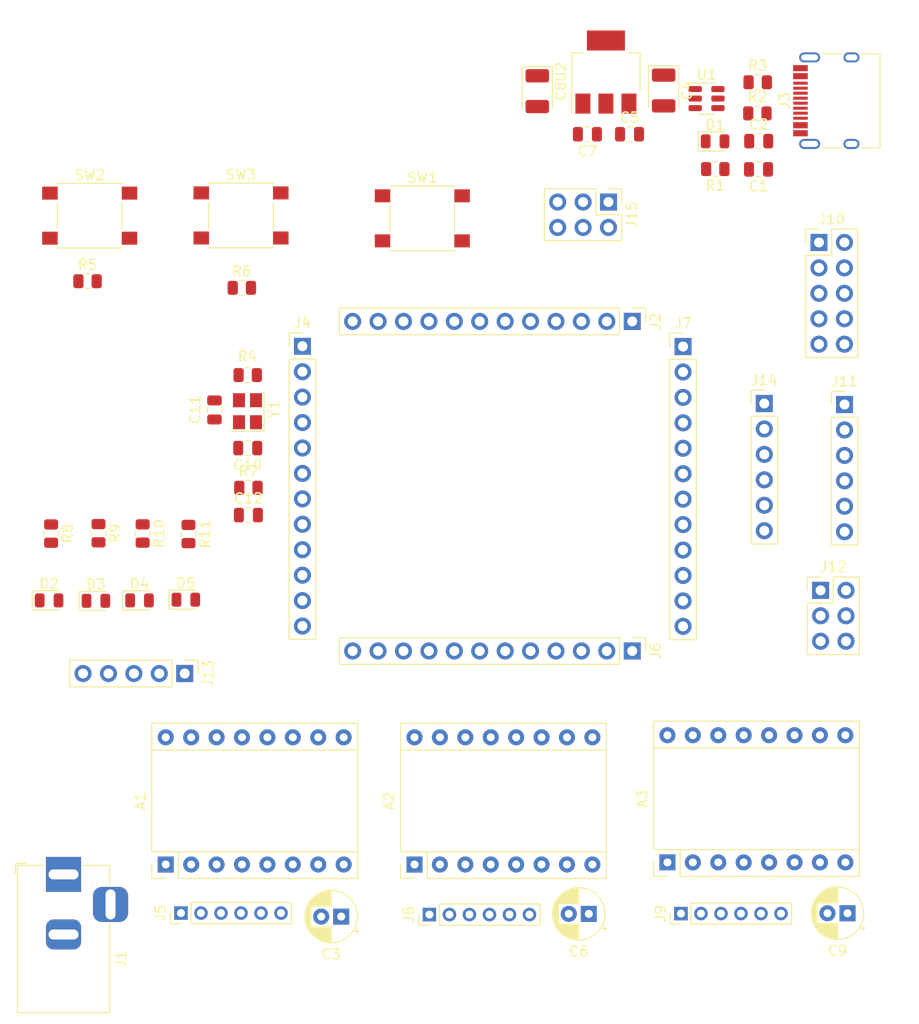
<source format=kicad_pcb>
(kicad_pcb (version 20211014) (generator pcbnew)
  (layers (0 "F.Cu" signal) (31 "B.Cu" signal) (34 "B.Paste" user) (35 "F.Paste" user) (36 "B.SilkS" user "B.Silkscreen") (37 "F.SilkS" user "F.Silkscreen") (38 "B.Mask" user) (39 "F.Mask" user) (44 "Edge.Cuts" user))
  (net 0 "")
  (net 1 "BTN1")
  (net 2 "GND")
  (net 3 "Net-(C1-Pad2)")
  (net 4 "Net-(J3-PadA5)")
  (net 5 "Net-(J3-PadB5)")
  (net 6 "BTN2")
  (net 7 "+3V3")
  (net 8 "NRST")
  (net 9 "Net-(D2-Pad2)")
  (net 10 "Net-(D3-Pad2)")
  (net 11 "Net-(D4-Pad2)")
  (net 12 "Net-(D5-Pad2)")
  (net 13 "HSE_OUT")
  (net 14 "Net-(C11-Pad1)")
  (net 15 "USB_CONN_D-")
  (net 16 "USB_CONN_D+")
  (net 17 "USB_D+")
  (net 18 "+5V")
  (net 19 "USB_D-")
  (net 20 "A2_1")
  (net 21 "A1_1")
  (net 22 "B1_1")
  (net 23 "B2_1")
  (net 24 "+12V")
  (net 25 "EN1")
  (net 26 "STEP1")
  (net 27 "DIR1")
  (net 28 "A2_3")
  (net 29 "A1_3")
  (net 30 "B1_3")
  (net 31 "B2_3")
  (net 32 "EN3")
  (net 33 "STEP3")
  (net 34 "DIR3")
  (net 35 "A2_2")
  (net 36 "A1_2")
  (net 37 "B2_2")
  (net 38 "EN2")
  (net 39 "STEP2")
  (net 40 "DIR2")
  (net 41 "LED1")
  (net 42 "LED2")
  (net 43 "LED3")
  (net 44 "LED_STATUS")
  (net 45 "Net-(D1-Pad1)")
  (net 46 "Net-(D1-Pad2)")
  (net 47 "HSE_IN")
  (net 50 "PWM_SERVO")
  (net 51 "PWM_TEST")
  (net 52 "BTN0")
  (net 53 "TX_HC12")
  (net 54 "RX_HC12")
  (net 55 "BOOT1")
  (net 56 "STEP4")
  (net 59 "SWDIO")
  (net 60 "BOOT_RX")
  (net 61 "BOOT_TX")
  (net 62 "RX")
  (net 63 "TX")
  (net 64 "DIR4")
  (net 65 "EN4")
  (net 66 "SWCLK")
  (net 67 "JTDI")
  (net 68 "IO0")
  (net 69 "IO1")
  (net 70 "IO2")
  (net 71 "IO3")
  (net 72 "IO4")
  (net 73 "IO5")
  (net 74 "IO6")
  (net 75 "IO7")
  (net 76 "SWO")
  (net 77 "BOOT0")
  (net 79 "SET_HC12")
  (net 85 "B1_2")
  (footprint "Connector_PinHeader_2.00mm:PinHeader_1x06_P2.00mm_Vertical" (layer "F.Cu") (at 205.67 108.37 90)
    (fp_text reference "J9" (at 0 -2.06 90) (layer "F.SilkS"))
    (fp_text value "Conn_01x06_Male")
    (pad "1" thru_hole rect (at 0 0 90) (size 1.35 1.35) (drill 0.8) (layers *.Cu *.Mask) (net 28 "A2_3"))
    (pad "2" thru_hole oval (at 0 2 90) (size 1.35 1.35) (drill 0.8) (layers *.Cu *.Mask))
    (pad "3" thru_hole oval (at 0 4 90) (size 1.35 1.35) (drill 0.8) (layers *.Cu *.Mask) (net 29 "A1_3"))
    (pad "4" thru_hole oval (at 0 6 90) (size 1.35 1.35) (drill 0.8) (layers *.Cu *.Mask) (net 30 "B1_3"))
    (pad "5" thru_hole oval (at 0 8 90) (size 1.35 1.35) (drill 0.8) (layers *.Cu *.Mask))
    (pad "6" thru_hole oval (at 0 10 90) (size 1.35 1.35) (drill 0.8) (layers *.Cu *.Mask) (net 31 "B2_3"))
  )
  (footprint "Connector_PinHeader_2.54mm:PinHeader_1x12_P2.54mm_Vertical" (layer "F.Cu") (at 205.88 51.75)
    (fp_text reference "J7" (at 0 -2.33) (layer "F.SilkS"))
    (fp_text value "Conn_01x12_Male")
    (pad "1" thru_hole rect (at 0 0) (size 1.7 1.7) (drill 1) (layers *.Cu *.Mask) (net 7 "+3V3"))
    (pad "2" thru_hole oval (at 0 2.54) (size 1.7 1.7) (drill 1) (layers *.Cu *.Mask) (net 2 "GND"))
    (pad "3" thru_hole oval (at 0 5.08) (size 1.7 1.7) (drill 1) (layers *.Cu *.Mask))
    (pad "4" thru_hole oval (at 0 7.62) (size 1.7 1.7) (drill 1) (layers *.Cu *.Mask) (net 59 "SWDIO"))
    (pad "5" thru_hole oval (at 0 10.16) (size 1.7 1.7) (drill 1) (layers *.Cu *.Mask) (net 60 "BOOT_RX"))
    (pad "6" thru_hole oval (at 0 12.7) (size 1.7 1.7) (drill 1) (layers *.Cu *.Mask) (net 61 "BOOT_TX"))
    (pad "7" thru_hole oval (at 0 15.24) (size 1.7 1.7) (drill 1) (layers *.Cu *.Mask) (net 62 "RX"))
    (pad "8" thru_hole oval (at 0 17.78) (size 1.7 1.7) (drill 1) (layers *.Cu *.Mask) (net 63 "TX"))
    (pad "9" thru_hole oval (at 0 20.32) (size 1.7 1.7) (drill 1) (layers *.Cu *.Mask) (net 51 "PWM_TEST"))
    (pad "10" thru_hole oval (at 0 22.86) (size 1.7 1.7) (drill 1) (layers *.Cu *.Mask) (net 50 "PWM_SERVO"))
    (pad "11" thru_hole oval (at 0 25.4) (size 1.7 1.7) (drill 1) (layers *.Cu *.Mask) (net 64 "DIR4"))
    (pad "12" thru_hole oval (at 0 27.94) (size 1.7 1.7) (drill 1) (layers *.Cu *.Mask) (net 65 "EN4"))
  )
  (footprint "Button_Switch_SMD:SW_Push_1P1T_NO_6x6mm_H9.5mm" (layer "F.Cu") (at 161.7 38.66)
    (fp_text reference "SW3" (at 0 -4.05) (layer "F.SilkS"))
    (fp_text value "SW_MEC_5E")
    (pad "1" smd rect (at -3.975 -2.25) (size 1.55 1.3) (layers "F.Cu" "F.Paste" "F.Mask") (net 6 "BTN2"))
    (pad "1" smd rect (at 3.975 -2.25) (size 1.55 1.3) (layers "F.Cu" "F.Paste" "F.Mask") (net 6 "BTN2"))
    (pad "2" smd rect (at -3.975 2.25) (size 1.55 1.3) (layers "F.Cu" "F.Paste" "F.Mask") (net 6 "BTN2"))
    (pad "2" smd rect (at 3.975 2.25) (size 1.55 1.3) (layers "F.Cu" "F.Paste" "F.Mask") (net 6 "BTN2"))
  )
  (footprint "Resistor_SMD:R_0805_2012Metric" (layer "F.Cu") (at 161.7825 45.89)
    (fp_text reference "R6" (at 0 -1.65) (layer "F.SilkS"))
    (fp_text value "10K")
    (pad "1" smd roundrect (at -0.9125 0) (size 1.025 1.4) (layers "F.Cu" "F.Paste" "F.Mask") (roundrect_rratio 0.243902) (net 6 "BTN2"))
    (pad "2" smd roundrect (at 0.9125 0) (size 1.025 1.4) (layers "F.Cu" "F.Paste" "F.Mask") (roundrect_rratio 0.243902) (net 2 "GND"))
  )
  (footprint "Capacitor_SMD:C_0805_2012Metric" (layer "F.Cu") (at 213.44 31.24)
    (fp_text reference "C2" (at 0 -1.68) (layer "F.SilkS"))
    (fp_text value "0.1uF")
    (pad "1" smd roundrect (at -0.95 0) (size 1 1.45) (layers "F.Cu" "F.Paste" "F.Mask") (net 18 "+5V"))
    (pad "2" smd roundrect (at 0.95 0) (size 1 1.45) (layers "F.Cu" "F.Paste" "F.Mask") (net 2 "GND"))
  )
  (footprint "Resistor_SMD:R_0805_2012Metric" (layer "F.Cu") (at 146.3625 45.23)
    (fp_text reference "R5" (at 0 -1.65) (layer "F.SilkS"))
    (fp_text value "10K")
    (pad "1" smd roundrect (at -0.9125 0) (size 1.025 1.4) (layers "F.Cu" "F.Paste" "F.Mask") (roundrect_rratio 0.243902) (net 1 "BTN1"))
    (pad "2" smd roundrect (at 0.9125 0) (size 1.025 1.4) (layers "F.Cu" "F.Paste" "F.Mask") (roundrect_rratio 0.243902) (net 2 "GND"))
  )
  (footprint "Resistor_SMD:R_0805_2012Metric" (layer "F.Cu") (at 142.72 70.43 -90)
    (fp_text reference "R8" (at 0 -1.65 90) (layer "F.SilkS"))
    (fp_text value "330")
    (pad "1" smd roundrect (at -0.9125 0 270) (size 1.025 1.4) (layers "F.Cu" "F.Paste" "F.Mask") (roundrect_rratio 0.243902) (net 7 "+3V3"))
    (pad "2" smd roundrect (at 0.9125 0 270) (size 1.025 1.4) (layers "F.Cu" "F.Paste" "F.Mask") (roundrect_rratio 0.243902) (net 9 "Net-(D2-Pad2)"))
  )
  (footprint "Resistor_SMD:R_0805_2012Metric" (layer "F.Cu") (at 151.87 70.42 -90)
    (fp_text reference "R10" (at 0 -1.65 90) (layer "F.SilkS"))
    (fp_text value "330")
    (pad "1" smd roundrect (at -0.9125 0 270) (size 1.025 1.4) (layers "F.Cu" "F.Paste" "F.Mask") (roundrect_rratio 0.243902) (net 7 "+3V3"))
    (pad "2" smd roundrect (at 0.9125 0 270) (size 1.025 1.4) (layers "F.Cu" "F.Paste" "F.Mask") (roundrect_rratio 0.243902) (net 11 "Net-(D4-Pad2)"))
  )
  (footprint "Connector_PinHeader_2.00mm:PinHeader_1x06_P2.00mm_Vertical" (layer "F.Cu") (at 180.53 108.47 90)
    (fp_text reference "J8" (at 0 -2.06 90) (layer "F.SilkS"))
    (fp_text value "Conn_01x06_Male")
    (pad "1" thru_hole rect (at 0 0 90) (size 1.35 1.35) (drill 0.8) (layers *.Cu *.Mask) (net 35 "A2_2"))
    (pad "2" thru_hole oval (at 0 2 90) (size 1.35 1.35) (drill 0.8) (layers *.Cu *.Mask))
    (pad "3" thru_hole oval (at 0 4 90) (size 1.35 1.35) (drill 0.8) (layers *.Cu *.Mask) (net 36 "A1_2"))
    (pad "4" thru_hole oval (at 0 6 90) (size 1.35 1.35) (drill 0.8) (layers *.Cu *.Mask) (net 85 "B1_2"))
    (pad "5" thru_hole oval (at 0 8 90) (size 1.35 1.35) (drill 0.8) (layers *.Cu *.Mask))
    (pad "6" thru_hole oval (at 0 10 90) (size 1.35 1.35) (drill 0.8) (layers *.Cu *.Mask) (net 37 "B2_2"))
  )
  (footprint "Resistor_SMD:R_0805_2012Metric" (layer "F.Cu") (at 162.44 65.85)
    (fp_text reference "R7" (at 0 -1.65) (layer "F.SilkS"))
    (fp_text value "10K")
    (pad "1" smd roundrect (at -0.9125 0) (size 1.025 1.4) (layers "F.Cu" "F.Paste" "F.Mask") (roundrect_rratio 0.243902) (net 7 "+3V3"))
    (pad "2" smd roundrect (at 0.9125 0) (size 1.025 1.4) (layers "F.Cu" "F.Paste" "F.Mask") (roundrect_rratio 0.243902) (net 8 "NRST"))
  )
  (footprint "LED_SMD:LED_0805_2012Metric" (layer "F.Cu") (at 156.19 77.03)
    (fp_text reference "D5" (at 0 -1.65) (layer "F.SilkS"))
    (fp_text value "LED")
    (pad "1" smd roundrect (at -0.9375 0) (size 0.975 1.4) (layers "F.Cu" "F.Paste" "F.Mask") (net 44 "LED_STATUS"))
    (pad "2" smd roundrect (at 0.9375 0) (size 0.975 1.4) (layers "F.Cu" "F.Paste" "F.Mask") (net 12 "Net-(D5-Pad2)"))
  )
  (footprint "Module:Pololu_Breakout-16_15.2x20.3mm" (layer "F.Cu") (at 204.32 103.26 90)
    (fp_text reference "A3" (at 6.35 -2.54 90) (layer "F.SilkS"))
    (fp_text value "Pololu_Breakout_DRV8825")
    (pad "1" thru_hole rect (at 0 0 90) (size 1.6 1.6) (drill 0.8) (layers *.Cu *.Mask) (net 2 "GND"))
    (pad "2" thru_hole oval (at 0 2.54 90) (size 1.6 1.6) (drill 0.8) (layers *.Cu *.Mask) (net 7 "+3V3"))
    (pad "3" thru_hole oval (at 0 5.08 90) (size 1.6 1.6) (drill 0.8) (layers *.Cu *.Mask) (net 28 "A2_3"))
    (pad "4" thru_hole oval (at 0 7.62 90) (size 1.6 1.6) (drill 0.8) (layers *.Cu *.Mask) (net 29 "A1_3"))
    (pad "5" thru_hole oval (at 0 10.16 90) (size 1.6 1.6) (drill 0.8) (layers *.Cu *.Mask) (net 30 "B1_3"))
    (pad "6" thru_hole oval (at 0 12.7 90) (size 1.6 1.6) (drill 0.8) (layers *.Cu *.Mask) (net 31 "B2_3"))
    (pad "7" thru_hole oval (at 0 15.24 90) (size 1.6 1.6) (drill 0.8) (layers *.Cu *.Mask) (net 2 "GND"))
    (pad "8" thru_hole oval (at 0 17.78 90) (size 1.6 1.6) (drill 0.8) (layers *.Cu *.Mask) (net 24 "+12V"))
    (pad "9" thru_hole oval (at 12.7 17.78 90) (size 1.6 1.6) (drill 0.8) (layers *.Cu *.Mask) (net 32 "EN3"))
    (pad "10" thru_hole oval (at 12.7 15.24 90) (size 1.6 1.6) (drill 0.8) (layers *.Cu *.Mask) (net 2 "GND"))
    (pad "11" thru_hole oval (at 12.7 12.7 90) (size 1.6 1.6) (drill 0.8) (layers *.Cu *.Mask) (net 2 "GND"))
    (pad "12" thru_hole oval (at 12.7 10.16 90) (size 1.6 1.6) (drill 0.8) (layers *.Cu *.Mask) (net 2 "GND"))
    (pad "13" thru_hole oval (at 12.7 7.62 90) (size 1.6 1.6) (drill 0.8) (layers *.Cu *.Mask) (net 7 "+3V3"))
    (pad "14" thru_hole oval (at 12.7 5.08 90) (size 1.6 1.6) (drill 0.8) (layers *.Cu *.Mask) (net 7 "+3V3"))
    (pad "15" thru_hole oval (at 12.7 2.54 90) (size 1.6 1.6) (drill 0.8) (layers *.Cu *.Mask) (net 33 "STEP3"))
    (pad "16" thru_hole oval (at 12.7 0 90) (size 1.6 1.6) (drill 0.8) (layers *.Cu *.Mask) (net 34 "DIR3"))
  )
  (footprint "Button_Switch_SMD:SW_Push_1P1T_NO_6x6mm_H9.5mm" (layer "F.Cu") (at 179.82 38.95)
    (fp_text reference "SW1" (at 0 -4.05) (layer "F.SilkS"))
    (fp_text value "SW_MEC_5E")
    (pad "1" smd rect (at -3.975 -2.25) (size 1.55 1.3) (layers "F.Cu" "F.Paste" "F.Mask") (net 2 "GND"))
    (pad "1" smd rect (at 3.975 -2.25) (size 1.55 1.3) (layers "F.Cu" "F.Paste" "F.Mask") (net 2 "GND"))
    (pad "2" smd rect (at -3.975 2.25) (size 1.55 1.3) (layers "F.Cu" "F.Paste" "F.Mask") (net 2 "GND"))
    (pad "2" smd rect (at 3.975 2.25) (size 1.55 1.3) (layers "F.Cu" "F.Paste" "F.Mask") (net 2 "GND"))
  )
  (footprint "Capacitor_THT:CP_Radial_D5.0mm_P2.00mm" (layer "F.Cu") (at 196.46 108.4 180)
    (fp_text reference "C6" (at 1 -3.75) (layer "F.SilkS"))
    (fp_text value "100uF")
    (pad "1" thru_hole rect (at 0 0 180) (size 1.6 1.6) (drill 0.8) (layers *.Cu *.Mask) (net 24 "+12V"))
    (pad "2" thru_hole circle (at 2 0 180) (size 1.6 1.6) (drill 0.8) (layers *.Cu *.Mask) (net 2 "GND"))
  )
  (footprint "Connector_PinHeader_2.54mm:PinHeader_1x06_P2.54mm_Vertical" (layer "F.Cu") (at 222.02 57.54)
    (fp_text reference "J11" (at 0 -2.33) (layer "F.SilkS"))
    (fp_text value "Conn_01x06_Male")
    (pad "1" thru_hole rect (at 0 0) (size 1.7 1.7) (drill 1) (layers *.Cu *.Mask))
    (pad "2" thru_hole oval (at 0 2.54) (size 1.7 1.7) (drill 1) (layers *.Cu *.Mask) (net 62 "RX"))
    (pad "3" thru_hole oval (at 0 5.08) (size 1.7 1.7) (drill 1) (layers *.Cu *.Mask) (net 63 "TX"))
    (pad "4" thru_hole oval (at 0 7.62) (size 1.7 1.7) (drill 1) (layers *.Cu *.Mask) (net 62 "RX"))
    (pad "5" thru_hole oval (at 0 10.16) (size 1.7 1.7) (drill 1) (layers *.Cu *.Mask) (net 63 "TX"))
    (pad "6" thru_hole oval (at 0 12.7) (size 1.7 1.7) (drill 1) (layers *.Cu *.Mask) (net 2 "GND"))
  )
  (footprint "Connector_PinHeader_2.54mm:PinHeader_2x03_P2.54mm_Vertical" (layer "F.Cu") (at 219.625 76.095)
    (fp_text reference "J12" (at 1.27 -2.33) (layer "F.SilkS"))
    (fp_text value "Conn_02x03_Odd_Even")
    (pad "1" thru_hole rect (at 0 0) (size 1.7 1.7) (drill 1) (layers *.Cu *.Mask) (net 18 "+5V"))
    (pad "2" thru_hole oval (at 2.54 0) (size 1.7 1.7) (drill 1) (layers *.Cu *.Mask) (net 18 "+5V"))
    (pad "3" thru_hole oval (at 0 2.54) (size 1.7 1.7) (drill 1) (layers *.Cu *.Mask) (net 50 "PWM_SERVO"))
    (pad "4" thru_hole oval (at 2.54 2.54) (size 1.7 1.7) (drill 1) (layers *.Cu *.Mask) (net 51 "PWM_TEST"))
    (pad "5" thru_hole oval (at 0 5.08) (size 1.7 1.7) (drill 1) (layers *.Cu *.Mask) (net 2 "GND"))
    (pad "6" thru_hole oval (at 2.54 5.08) (size 1.7 1.7) (drill 1) (layers *.Cu *.Mask) (net 2 "GND"))
  )
  (footprint "Connector_PinHeader_2.00mm:PinHeader_1x06_P2.00mm_Vertical" (layer "F.Cu") (at 155.7 108.32 90)
    (fp_text reference "J5" (at 0 -2.06 90) (layer "F.SilkS"))
    (fp_text value "Conn_01x06_Male")
    (pad "1" thru_hole rect (at 0 0 90) (size 1.35 1.35) (drill 0.8) (layers *.Cu *.Mask) (net 20 "A2_1"))
    (pad "2" thru_hole oval (at 0 2 90) (size 1.35 1.35) (drill 0.8) (layers *.Cu *.Mask))
    (pad "3" thru_hole oval (at 0 4 90) (size 1.35 1.35) (drill 0.8) (layers *.Cu *.Mask) (net 21 "A1_1"))
    (pad "4" thru_hole oval (at 0 6 90) (size 1.35 1.35) (drill 0.8) (layers *.Cu *.Mask) (net 22 "B1_1"))
    (pad "5" thru_hole oval (at 0 8 90) (size 1.35 1.35) (drill 0.8) (layers *.Cu *.Mask))
    (pad "6" thru_hole oval (at 0 10 90) (size 1.35 1.35) (drill 0.8) (layers *.Cu *.Mask) (net 23 "B2_1"))
  )
  (footprint "Connector_PinHeader_2.54mm:PinHeader_1x12_P2.54mm_Vertical" (layer "F.Cu") (at 200.8 82.15 -90)
    (fp_text reference "J6" (at 0 -2.33 90) (layer "F.SilkS"))
    (fp_text value "Conn_01x12_Male")
    (pad "1" thru_hole rect (at 0 0 270) (size 1.7 1.7) (drill 1) (layers *.Cu *.Mask) (net 34 "DIR3"))
    (pad "2" thru_hole oval (at 0 2.54 270) (size 1.7 1.7) (drill 1) (layers *.Cu *.Mask) (net 32 "EN3"))
    (pad "3" thru_hole oval (at 0 5.08 270) (size 1.7 1.7) (drill 1) (layers *.Cu *.Mask) (net 40 "DIR2"))
    (pad "4" thru_hole oval (at 0 7.62 270) (size 1.7 1.7) (drill 1) (layers *.Cu *.Mask) (net 38 "EN2"))
    (pad "5" thru_hole oval (at 0 10.16 270) (size 1.7 1.7) (drill 1) (layers *.Cu *.Mask) (net 27 "DIR1"))
    (pad "6" thru_hole oval (at 0 12.7 270) (size 1.7 1.7) (drill 1) (layers *.Cu *.Mask) (net 25 "EN1"))
    (pad "7" thru_hole oval (at 0 15.24 270) (size 1.7 1.7) (drill 1) (layers *.Cu *.Mask) (net 55 "BOOT1"))
    (pad "8" thru_hole oval (at 0 17.78 270) (size 1.7 1.7) (drill 1) (layers *.Cu *.Mask) (net 56 "STEP4"))
    (pad "9" thru_hole oval (at 0 20.32 270) (size 1.7 1.7) (drill 1) (layers *.Cu *.Mask) (net 33 "STEP3"))
    (pad "10" thru_hole oval (at 0 22.86 270) (size 1.7 1.7) (drill 1) (layers *.Cu *.Mask) (net 39 "STEP2"))
    (pad "11" thru_hole oval (at 0 25.4 270) (size 1.7 1.7) (drill 1) (layers *.Cu *.Mask) (net 26 "STEP1"))
    (pad "12" thru_hole oval (at 0 27.94 270) (size 1.7 1.7) (drill 1) (layers *.Cu *.Mask))
  )
  (footprint "Capacitor_SMD:C_0805_2012Metric" (layer "F.Cu") (at 196.32 30.55 180)
    (fp_text reference "C7" (at 0 -1.68) (layer "F.SilkS"))
    (fp_text value "0.1uF")
    (pad "1" smd roundrect (at -0.95 0 180) (size 1 1.45) (layers "F.Cu" "F.Paste" "F.Mask") (net 7 "+3V3"))
    (pad "2" smd roundrect (at 0.95 0 180) (size 1 1.45) (layers "F.Cu" "F.Paste" "F.Mask") (net 2 "GND"))
  )
  (footprint "Module:Pololu_Breakout-16_15.2x20.3mm" (layer "F.Cu") (at 179.04 103.47 90)
    (fp_text reference "A2" (at 6.35 -2.54 90) (layer "F.SilkS"))
    (fp_text value "Pololu_Breakout_DRV8825")
    (pad "1" thru_hole rect (at 0 0 90) (size 1.6 1.6) (drill 0.8) (layers *.Cu *.Mask) (net 2 "GND"))
    (pad "2" thru_hole oval (at 0 2.54 90) (size 1.6 1.6) (drill 0.8) (layers *.Cu *.Mask) (net 7 "+3V3"))
    (pad "3" thru_hole oval (at 0 5.08 90) (size 1.6 1.6) (drill 0.8) (layers *.Cu *.Mask) (net 35 "A2_2"))
    (pad "4" thru_hole oval (at 0 7.62 90) (size 1.6 1.6) (drill 0.8) (layers *.Cu *.Mask) (net 36 "A1_2"))
    (pad "5" thru_hole oval (at 0 10.16 90) (size 1.6 1.6) (drill 0.8) (layers *.Cu *.Mask) (net 85 "B1_2"))
    (pad "6" thru_hole oval (at 0 12.7 90) (size 1.6 1.6) (drill 0.8) (layers *.Cu *.Mask) (net 37 "B2_2"))
    (pad "7" thru_hole oval (at 0 15.24 90) (size 1.6 1.6) (drill 0.8) (layers *.Cu *.Mask) (net 2 "GND"))
    (pad "8" thru_hole oval (at 0 17.78 90) (size 1.6 1.6) (drill 0.8) (layers *.Cu *.Mask) (net 24 "+12V"))
    (pad "9" thru_hole oval (at 12.7 17.78 90) (size 1.6 1.6) (drill 0.8) (layers *.Cu *.Mask) (net 38 "EN2"))
    (pad "10" thru_hole oval (at 12.7 15.24 90) (size 1.6 1.6) (drill 0.8) (layers *.Cu *.Mask) (net 2 "GND"))
    (pad "11" thru_hole oval (at 12.7 12.7 90) (size 1.6 1.6) (drill 0.8) (layers *.Cu *.Mask) (net 2 "GND"))
    (pad "12" thru_hole oval (at 12.7 10.16 90) (size 1.6 1.6) (drill 0.8) (layers *.Cu *.Mask) (net 2 "GND"))
    (pad "13" thru_hole oval (at 12.7 7.62 90) (size 1.6 1.6) (drill 0.8) (layers *.Cu *.Mask) (net 7 "+3V3"))
    (pad "14" thru_hole oval (at 12.7 5.08 90) (size 1.6 1.6) (drill 0.8) (layers *.Cu *.Mask) (net 7 "+3V3"))
    (pad "15" thru_hole oval (at 12.7 2.54 90) (size 1.6 1.6) (drill 0.8) (layers *.Cu *.Mask) (net 39 "STEP2"))
    (pad "16" thru_hole oval (at 12.7 0 90) (size 1.6 1.6) (drill 0.8) (layers *.Cu *.Mask) (net 40 "DIR2"))
  )
  (footprint "Resistor_SMD:R_0805_2012Metric" (layer "F.Cu") (at 156.45 70.47 -90)
    (fp_text reference "R11" (at 0 -1.65 90) (layer "F.SilkS"))
    (fp_text value "330")
    (pad "1" smd roundrect (at -0.9125 0 270) (size 1.025 1.4) (layers "F.Cu" "F.Paste" "F.Mask") (roundrect_rratio 0.243902) (net 7 "+3V3"))
    (pad "2" smd roundrect (at 0.9125 0 270) (size 1.025 1.4) (layers "F.Cu" "F.Paste" "F.Mask") (roundrect_rratio 0.243902) (net 12 "Net-(D5-Pad2)"))
  )
  (footprint "Connector_PinHeader_2.54mm:PinHeader_1x05_P2.54mm_Vertical" (layer "F.Cu") (at 156.075 84.4 -90)
    (fp_text reference "J13" (at 0 -2.33 90) (layer "F.SilkS"))
    (fp_text value "Conn_01x05_Male")
    (pad "1" thru_hole rect (at 0 0 270) (size 1.7 1.7) (drill 1) (layers *.Cu *.Mask) (net 18 "+5V"))
    (pad "2" thru_hole oval (at 0 2.54 270) (size 1.7 1.7) (drill 1) (layers *.Cu *.Mask) (net 2 "GND"))
    (pad "3" thru_hole oval (at 0 5.08 270) (size 1.7 1.7) (drill 1) (layers *.Cu *.Mask) (net 54 "RX_HC12"))
    (pad "4" thru_hole oval (at 0 7.62 270) (size 1.7 1.7) (drill 1) (layers *.Cu *.Mask) (net 53 "TX_HC12"))
    (pad "5" thru_hole oval (at 0 10.16 270) (size 1.7 1.7) (drill 1) (layers *.Cu *.Mask) (net 79 "SET_HC12"))
  )
  (footprint "Module:Pololu_Breakout-16_15.2x20.3mm" (layer "F.Cu") (at 154.18 103.47 90)
    (fp_text reference "A1" (at 6.35 -2.54 90) (layer "F.SilkS"))
    (fp_text value "Pololu_Breakout_DRV8825")
    (pad "1" thru_hole rect (at 0 0 90) (size 1.6 1.6) (drill 0.8) (layers *.Cu *.Mask) (net 2 "GND"))
    (pad "2" thru_hole oval (at 0 2.54 90) (size 1.6 1.6) (drill 0.8) (layers *.Cu *.Mask) (net 7 "+3V3"))
    (pad "3" thru_hole oval (at 0 5.08 90) (size 1.6 1.6) (drill 0.8) (layers *.Cu *.Mask) (net 20 "A2_1"))
    (pad "4" thru_hole oval (at 0 7.62 90) (size 1.6 1.6) (drill 0.8) (layers *.Cu *.Mask) (net 21 "A1_1"))
    (pad "5" thru_hole oval (at 0 10.16 90) (size 1.6 1.6) (drill 0.8) (layers *.Cu *.Mask) (net 22 "B1_1"))
    (pad "6" thru_hole oval (at 0 12.7 90) (size 1.6 1.6) (drill 0.8) (layers *.Cu *.Mask) (net 23 "B2_1"))
    (pad "7" thru_hole oval (at 0 15.24 90) (size 1.6 1.6) (drill 0.8) (layers *.Cu *.Mask) (net 2 "GND"))
    (pad "8" thru_hole oval (at 0 17.78 90) (size 1.6 1.6) (drill 0.8) (layers *.Cu *.Mask) (net 24 "+12V"))
    (pad "9" thru_hole oval (at 12.7 17.78 90) (size 1.6 1.6) (drill 0.8) (layers *.Cu *.Mask) (net 25 "EN1"))
    (pad "10" thru_hole oval (at 12.7 15.24 90) (size 1.6 1.6) (drill 0.8) (layers *.Cu *.Mask) (net 2 "GND"))
    (pad "11" thru_hole oval (at 12.7 12.7 90) (size 1.6 1.6) (drill 0.8) (layers *.Cu *.Mask) (net 2 "GND"))
    (pad "12" thru_hole oval (at 12.7 10.16 90) (size 1.6 1.6) (drill 0.8) (layers *.Cu *.Mask) (net 2 "GND"))
    (pad "13" thru_hole oval (at 12.7 7.62 90) (size 1.6 1.6) (drill 0.8) (layers *.Cu *.Mask) (net 7 "+3V3"))
    (pad "14" thru_hole oval (at 12.7 5.08 90) (size 1.6 1.6) (drill 0.8) (layers *.Cu *.Mask) (net 7 "+3V3"))
    (pad "15" thru_hole oval (at 12.7 2.54 90) (size 1.6 1.6) (drill 0.8) (layers *.Cu *.Mask) (net 26 "STEP1"))
    (pad "16" thru_hole oval (at 12.7 0 90) (size 1.6 1.6) (drill 0.8) (layers *.Cu *.Mask) (net 27 "DIR1"))
  )
  (footprint "Connector_USB:USB_C_Receptacle_HRO_TYPE-C-31-M-12" (layer "F.Cu") (at 221.66 27.2 90)
    (fp_text reference "J3" (at 0 -5.645 90) (layer "F.SilkS"))
    (fp_text value "USB_C_Receptacle_USB2.0")
    (pad "" np_thru_hole circle (at 2.89 -2.6 90) (size 0.65 0.65) (drill 0.65) (layers *.Cu *.Mask))
    (pad "" np_thru_hole circle (at -2.89 -2.6 90) (size 0.65 0.65) (drill 0.65) (layers *.Cu *.Mask))
    (pad "A1" smd rect (at -3.25 -4.045 90) (size 0.6 1.45) (layers "F.Cu" "F.Paste" "F.Mask") (net 2 "GND"))
    (pad "A4" smd rect (at -2.45 -4.045 90) (size 0.6 1.45) (layers "F.Cu" "F.Paste" "F.Mask") (net 46 "Net-(D1-Pad2)"))
    (pad "A5" smd rect (at -1.25 -4.045 90) (size 0.3 1.45) (layers "F.Cu" "F.Paste" "F.Mask") (net 4 "Net-(J3-PadA5)"))
    (pad "A6" smd rect (at -0.25 -4.045 90) (size 0.3 1.45) (layers "F.Cu" "F.Paste" "F.Mask") (net 16 "USB_CONN_D+"))
    (pad "A7" smd rect (at 0.25 -4.045 90) (size 0.3 1.45) (layers "F.Cu" "F.Paste" "F.Mask") (net 15 "USB_CONN_D-"))
    (pad "A8" smd rect (at 1.25 -4.045 90) (size 0.3 1.45) (layers "F.Cu" "F.Paste" "F.Mask"))
    (pad "A9" smd rect (at 2.45 -4.045 90) (size 0.6 1.45) (layers "F.Cu" "F.Paste" "F.Mask") (net 46 "Net-(D1-Pad2)"))
    (pad "A12" smd rect (at 3.25 -4.045 90) (size 0.6 1.45) (layers "F.Cu" "F.Paste" "F.Mask") (net 2 "GND"))
    (pad "B1" smd rect (at 3.25 -4.045 90) (size 0.6 1.45) (layers "F.Cu" "F.Paste" "F.Mask") (net 2 "GND"))
    (pad "B4" smd rect (at 2.45 -4.045 90) (size 0.6 1.45) (layers "F.Cu" "F.Paste" "F.Mask") (net 46 "Net-(D1-Pad2)"))
    (pad "B5" smd rect (at 1.75 -4.045 90) (size 0.3 1.45) (layers "F.Cu" "F.Paste" "F.Mask") (net 5 "Net-(J3-PadB5)"))
    (pad "B6" smd rect (at 0.75 -4.045 90) (size 0.3 1.45) (layers "F.Cu" "F.Paste" "F.Mask") (net 16 "USB_CONN_D+"))
    (pad "B7" smd rect (at -0.75 -4.045 90) (size 0.3 1.45) (layers "F.Cu" "F.Paste" "F.Mask") (net 15 "USB_CONN_D-"))
    (pad "B8" smd rect (at -1.75 -4.045 90) (size 0.3 1.45) (layers "F.Cu" "F.Paste" "F.Mask"))
    (pad "B9" smd rect (at -2.45 -4.045 90) (size 0.6 1.45) (layers "F.Cu" "F.Paste" "F.Mask") (net 46 "Net-(D1-Pad2)"))
    (pad "B12" smd rect (at -3.25 -4.045 90) (size 0.6 1.45) (layers "F.Cu" "F.Paste" "F.Mask") (net 2 "GND"))
    (pad "S1" thru_hole oval (at 4.32 -3.13 90) (size 1 2.1) (drill oval 0.6 1.7) (layers *.Cu *.Mask) (net 3 "Net-(C1-Pad2)"))
    (pad "S1" thru_hole oval (at -4.32 -3.13 90) (size 1 2.1) (drill oval 0.6 1.7) (layers *.Cu *.Mask) (net 3 "Net-(C1-Pad2)"))
    (pad "S1" thru_hole oval (at 4.32 1.05 90) (size 1 1.6) (drill oval 0.6 1.2) (layers *.Cu *.Mask) (net 3 "Net-(C1-Pad2)"))
    (pad "S1" thru_hole oval (at -4.32 1.05 90) (size 1 1.6) (drill oval 0.6 1.2) (layers *.Cu *.Mask) (net 3 "Net-(C1-Pad2)"))
  )
  (footprint "Capacitor_SMD:C_0805_2012Metric" (layer "F.Cu") (at 159.05 58.08 -90)
    (fp_text reference "C11" (at -0.02 1.93 90) (layer "F.SilkS"))
    (fp_text value "12p")
    (pad "1" smd roundrect (at -0.95 0 270) (size 1 1.45) (layers "F.Cu" "F.Paste" "F.Mask") (net 14 "Net-(C11-Pad1)"))
    (pad "2" smd roundrect (at 0.95 0 270) (size 1 1.45) (layers "F.Cu" "F.Paste" "F.Mask") (net 2 "GND"))
  )
  (footprint "Capacitor_THT:CP_Radial_D5.0mm_P2.00mm" (layer "F.Cu") (at 222.315113 108.34 180)
    (fp_text reference "C9" (at 1 -3.75) (layer "F.SilkS"))
    (fp_text value "100uF")
    (pad "1" thru_hole rect (at 0 0 180) (size 1.6 1.6) (drill 0.8) (layers *.Cu *.Mask) (net 24 "+12V"))
    (pad "2" thru_hole circle (at 2 0 180) (size 1.6 1.6) (drill 0.8) (layers *.Cu *.Mask) (net 2 "GND"))
  )
  (footprint "Capacitor_SMD:C_0805_2012Metric" (layer "F.Cu") (at 162.37 61.89 180)
    (fp_text reference "C10" (at 0 -1.68) (layer "F.SilkS"))
    (fp_text value "12p")
    (pad "1" smd roundrect (at -0.95 0 180) (size 1 1.45) (layers "F.Cu" "F.Paste" "F.Mask") (net 47 "HSE_IN"))
    (pad "2" smd roundrect (at 0.95 0 180) (size 1 1.45) (layers "F.Cu" "F.Paste" "F.Mask") (net 2 "GND"))
  )
  (footprint "Capacitor_SMD:C_0805_2012Metric" (layer "F.Cu") (at 200.53 30.55)
    (fp_text reference "C5" (at 0 -1.68) (layer "F.SilkS"))
    (fp_text value "0.1uF")
    (pad "1" smd roundrect (at -0.95 0) (size 1 1.45) (layers "F.Cu" "F.Paste" "F.Mask") (net 18 "+5V"))
    (pad "2" smd roundrect (at 0.95 0) (size 1 1.45) (layers "F.Cu" "F.Paste" "F.Mask") (net 2 "GND"))
  )
  (footprint "Resistor_SMD:R_0805_2012Metric" (layer "F.Cu") (at 213.31 28.47)
    (fp_text reference "R2" (at 0 -1.65) (layer "F.SilkS"))
    (fp_text value "5.1k")
    (pad "1" smd roundrect (at -0.9125 0) (size 1.025 1.4) (layers "F.Cu" "F.Paste" "F.Mask") (roundrect_rratio 0.243902) (net 2 "GND"))
    (pad "2" smd roundrect (at 0.9125 0) (size 1.025 1.4) (layers "F.Cu" "F.Paste" "F.Mask") (roundrect_rratio 0.243902) (net 4 "Net-(J3-PadA5)"))
  )
  (footprint "LED_SMD:LED_0805_2012Metric" (layer "F.Cu") (at 151.56 77.1)
    (fp_text reference "D4" (at 0 -1.65) (layer "F.SilkS"))
    (fp_text value "LED")
    (pad "1" smd roundrect (at -0.9375 0) (size 0.975 1.4) (layers "F.Cu" "F.Paste" "F.Mask") (net 43 "LED3"))
    (pad "2" smd roundrect (at 0.9375 0) (size 0.975 1.4) (layers "F.Cu" "F.Paste" "F.Mask") (net 11 "Net-(D4-Pad2)"))
  )
  (footprint "Connector_PinHeader_2.54mm:PinHeader_2x05_P2.54mm_Vertical" (layer "F.Cu") (at 219.465 41.355)
    (fp_text reference "J10" (at 1.27 -2.33) (layer "F.SilkS"))
    (fp_text value "SWD")
    (pad "1" thru_hole rect (at 0 0) (size 1.7 1.7) (drill 1) (layers *.Cu *.Mask) (net 7 "+3V3"))
    (pad "2" thru_hole oval (at 2.54 0) (size 1.7 1.7) (drill 1) (layers *.Cu *.Mask) (net 59 "SWDIO"))
    (pad "3" thru_hole oval (at 0 2.54) (size 1.7 1.7) (drill 1) (layers *.Cu *.Mask) (net 2 "GND"))
    (pad "4" thru_hole oval (at 2.54 2.54) (size 1.7 1.7) (drill 1) (layers *.Cu *.Mask) (net 66 "SWCLK"))
    (pad "5" thru_hole oval (at 0 5.08) (size 1.7 1.7) (drill 1) (layers *.Cu *.Mask) (net 2 "GND"))
    (pad "6" thru_hole oval (at 2.54 5.08) (size 1.7 1.7) (drill 1) (layers *.Cu *.Mask) (net 76 "SWO"))
    (pad "7" thru_hole oval (at 0 7.62) (size 1.7 1.7) (drill 1) (layers *.Cu *.Mask))
    (pad "8" thru_hole oval (at 2.54 7.62) (size 1.7 1.7) (drill 1) (layers *.Cu *.Mask) (net 67 "JTDI"))
    (pad "9" thru_hole oval (at 0 10.16) (size 1.7 1.7) (drill 1) (layers *.Cu *.Mask) (net 2 "GND"))
    (pad "10" thru_hole oval (at 2.54 10.16) (size 1.7 1.7) (drill 1) (layers *.Cu *.Mask) (net 8 "NRST"))
  )
  (footprint "LED_SMD:LED_0805_2012Metric" (layer "F.Cu") (at 142.52 77.1)
    (fp_text reference "D2" (at 0 -1.65) (layer "F.SilkS"))
    (fp_text value "LED")
    (pad "1" smd roundrect (at -0.9375 0) (size 0.975 1.4) (layers "F.Cu" "F.Paste" "F.Mask") (net 41 "LED1"))
    (pad "2" smd roundrect (at 0.9375 0) (size 0.975 1.4) (layers "F.Cu" "F.Paste" "F.Mask") (net 9 "Net-(D2-Pad2)"))
  )
  (footprint "Button_Switch_SMD:SW_Push_1P1T_NO_6x6mm_H9.5mm" (layer "F.Cu") (at 146.58 38.68)
    (fp_text reference "SW2" (at 0 -4.05) (layer "F.SilkS"))
    (fp_text value "SW_MEC_5E")
    (pad "1" smd rect (at 3.975 -2.25) (size 1.55 1.3) (layers "F.Cu" "F.Paste" "F.Mask") (net 1 "BTN1"))
    (pad "1" smd rect (at -3.975 -2.25) (size 1.55 1.3) (layers "F.Cu" "F.Paste" "F.Mask") (net 1 "BTN1"))
    (pad "2" smd rect (at -3.975 2.25) (size 1.55 1.3) (layers "F.Cu" "F.Paste" "F.Mask") (net 1 "BTN1"))
    (pad "2" smd rect (at 3.975 2.25) (size 1.55 1.3) (layers "F.Cu" "F.Paste" "F.Mask") (net 1 "BTN1"))
  )
  (footprint "Capacitor_Tantalum_SMD:CP_EIA-3528-12_Kemet-T" (layer "F.Cu") (at 191.31 26.2525 -90)
    (fp_text reference "C8" (at 0 -2.35 90) (layer "F.SilkS"))
    (fp_text value "10uF")
    (pad "1" smd roundrect (at -1.5375 0 270) (size 1.325 2.35) (layers "F.Cu" "F.Paste" "F.Mask") (roundrect_rratio 0.188679) (net 7 "+3V3"))
    (pad "2" smd roundrect (at 1.5375 0 270) (size 1.325 2.35) (layers "F.Cu" "F.Paste" "F.Mask") (roundrect_rratio 0.188679) (net 2 "GND"))
  )
  (footprint "Crystal:Crystal_SMD_3225-4Pin_3.2x2.5mm" (layer "F.Cu") (at 162.35 58.21 90)
    (fp_text reference "Y1" (at 0.21 2.64 90) (layer "F.SilkS"))
    (fp_text value "16MHz")
    (pad "1" smd rect (at -1.1 0.85 90) (size 1.4 1.2) (layers "F.Cu" "F.Paste" "F.Mask") (net 47 "HSE_IN"))
    (pad "2" smd rect (at 1.1 0.85 90) (size 1.4 1.2) (layers "F.Cu" "F.Paste" "F.Mask") (net 2 "GND"))
    (pad "3" smd rect (at 1.1 -0.85 90) (size 1.4 1.2) (layers "F.Cu" "F.Paste" "F.Mask") (net 14 "Net-(C11-Pad1)"))
    (pad "4" smd rect (at -1.1 -0.85 90) (size 1.4 1.2) (layers "F.Cu" "F.Paste" "F.Mask") (net 2 "GND"))
  )
  (footprint "Diode_SMD:D_0805_2012Metric" (layer "F.Cu") (at 209.08 31.26)
    (fp_text reference "D1" (at 0 -1.65) (layer "F.SilkS"))
    (fp_text value "D_Zener")
    (pad "1" smd roundrect (at -0.9375 0) (size 0.975 1.4) (layers "F.Cu" "F.Paste" "F.Mask") (net 45 "Net-(D1-Pad1)"))
    (pad "2" smd roundrect (at 0.9375 0) (size 0.975 1.4) (layers "F.Cu" "F.Paste" "F.Mask") (net 46 "Net-(D1-Pad2)"))
  )
  (footprint "Capacitor_SMD:C_0805_2012Metric" (layer "F.Cu") (at 213.42 34.06 180)
    (fp_text reference "C1" (at 0 -1.68) (layer "F.SilkS"))
    (fp_text value "0.1uF")
    (pad "1" smd roundrect (at -0.95 0 180) (size 1 1.45) (layers "F.Cu" "F.Paste" "F.Mask") (net 2 "GND"))
    (pad "2" smd roundrect (at 0.95 0 180) (size 1 1.45) (layers "F.Cu" "F.Paste" "F.Mask") (net 3 "Net-(C1-Pad2)"))
  )
  (footprint "Capacitor_Tantalum_SMD:CP_EIA-3528-12_Kemet-T" (layer "F.Cu") (at 203.94 26.1825 -90)
    (fp_text reference "C4" (at 0 -2.35 90) (layer "F.SilkS"))
    (fp_text value "10uF")
    (pad "1" smd roundrect (at -1.5375 0 270) (size 1.325 2.35) (layers "F.Cu" "F.Paste" "F.Mask") (roundrect_rratio 0.188679) (net 18 "+5V"))
    (pad "2" smd roundrect (at 1.5375 0 270) (size 1.325 2.35) (layers "F.Cu" "F.Paste" "F.Mask") (roundrect_rratio 0.188679) (net 2 "GND"))
  )
  (footprint "Connector_BarrelJack:BarrelJack_Horizontal" (layer "F.Cu") (at 143.9625 104.46 90)
    (fp_text reference "J1" (at -8.45 5.75 90) (layer "F.SilkS"))
    (fp_text value "Jack-DC")
    (pad "1" thru_hole rect (at 0 0 90) (size 3.5 3.5) (drill oval 1 3) (layers *.Cu *.Mask) (net 24 "+12V"))
    (pad "2" thru_hole roundrect (at -6 0 90) (size 3 3.5) (drill oval 1 3) (layers *.Cu *.Mask) (net 2 "GND"))
    (pad "3" thru_hole roundrect (at -3 4.7 90) (size 3.5 3.5) (drill oval 3 1) (layers *.Cu *.Mask))
  )
  (footprint "Capacitor_SMD:C_0805_2012Metric" (layer "F.Cu") (at 162.44 68.58)
    (fp_text reference "C12" (at 0 -1.68) (layer "F.SilkS"))
    (fp_text value "0.1uF")
    (pad "1" smd roundrect (at -0.95 0) (size 1 1.45) (layers "F.Cu" "F.Paste" "F.Mask") (net 2 "GND"))
    (pad "2" smd roundrect (at 0.95 0) (size 1 1.45) (layers "F.Cu" "F.Paste" "F.Mask") (net 8 "NRST"))
  )
  (footprint "Resistor_SMD:R_0805_2012Metric" (layer "F.Cu") (at 147.46 70.39 -90)
    (fp_text reference "R9" (at 0 -1.65 90) (layer "F.SilkS"))
    (fp_text value "330")
    (pad "1" smd roundrect (at -0.9125 0 270) (size 1.025 1.4) (layers "F.Cu" "F.Paste" "F.Mask") (roundrect_rratio 0.243902) (net 7 "+3V3"))
    (pad "2" smd roundrect (at 0.9125 0 270) (size 1.025 1.4) (layers "F.Cu" "F.Paste" "F.Mask") (roundrect_rratio 0.243902) (net 10 "Net-(D3-Pad2)"))
  )
  (footprint "Connector_PinHeader_2.54mm:PinHeader_2x03_P2.54mm_Vertical" (layer "F.Cu") (at 198.43 37.32 -90)
    (fp_text reference "J15" (at 1.27 -2.33 90) (layer "F.SilkS"))
    (fp_text value "Conn_02x03_Odd_Even")
    (pad "1" thru_hole rect (at 0 0 270) (size 1.7 1.7) (drill 1) (layers *.Cu *.Mask) (net 7 "+3V3"))
    (pad "2" thru_hole oval (at 2.54 0 270) (size 1.7 1.7) (drill 1) (layers *.Cu *.Mask) (net 7 "+3V3"))
    (pad "3" thru_hole oval (at 0 2.54 270) (size 1.7 1.7) (drill 1) (layers *.Cu *.Mask) (net 77 "BOOT0"))
    (pad "4" thru_hole oval (at 2.54 2.54 270) (size 1.7 1.7) (drill 1) (layers *.Cu *.Mask) (net 55 "BOOT1"))
    (pad "5" thru_hole oval (at 0 5.08 270) (size 1.7 1.7) (drill 1) (layers *.Cu *.Mask) (net 2 "GND"))
    (pad "6" thru_hole oval (at 2.54 5.08 270) (size 1.7 1.7) (drill 1) (layers *.Cu *.Mask) (net 2 "GND"))
  )
  (footprint "Package_TO_SOT_SMD:SOT-23-6" (layer "F.Cu") (at 208.23 26.99)
    (fp_text reference "U1" (at 0 -2.4) (layer "F.SilkS"))
    (fp_text value "USBLC6-2SC6")
    (pad "1" smd roundrect (at -1.1375 -0.95) (size 1.325 0.6) (layers "F.Cu" "F.Paste" "F.Mask") (net 15 "USB_CONN_D-"))
    (pad "2" smd roundrect (at -1.1375 0) (size 1.325 0.6) (layers "F.Cu" "F.Paste" "F.Mask") (net 2 "GND"))
    (pad "3" smd roundrect (at -1.1375 0.95) (size 1.325 0.6) (layers "F.Cu" "F.Paste" "F.Mask") (net 16 "USB_CONN_D+"))
    (pad "4" smd roundrect (at 1.1375 0.95) (size 1.325 0.6) (layers "F.Cu" "F.Paste" "F.Mask") (net 17 "USB_D+"))
    (pad "5" smd roundrect (at 1.1375 0) (size 1.325 0.6) (layers "F.Cu" "F.Paste" "F.Mask") (net 18 "+5V"))
    (pad "6" smd roundrect (at 1.1375 -0.95) (size 1.325 0.6) (layers "F.Cu" "F.Paste" "F.Mask") (net 19 "USB_D-"))
  )
  (footprint "LED_SMD:LED_0805_2012Metric" (layer "F.Cu") (at 147.2 77.14)
    (fp_text reference "D3" (at 0 -1.65) (layer "F.SilkS"))
    (fp_text value "LED")
    (pad "1" smd roundrect (at -0.9375 0) (size 0.975 1.4) (layers "F.Cu" "F.Paste" "F.Mask") (net 42 "LED2"))
    (pad "2" smd roundrect (at 0.9375 0) (size 0.975 1.4) (layers "F.Cu" "F.Paste" "F.Mask") (net 10 "Net-(D3-Pad2)"))
  )
  (footprint "Connector_PinHeader_2.54mm:PinHeader_1x06_P2.54mm_Vertical" (layer "F.Cu") (at 214 57.44)
    (fp_text reference "J14" (at 0 -2.33) (layer "F.SilkS"))
    (fp_text value "Conn_01x06_Male")
    (pad "1" thru_hole rect (at 0 0) (size 1.7 1.7) (drill 1) (layers *.Cu *.Mask))
    (pad "2" thru_hole oval (at 0 2.54) (size 1.7 1.7) (drill 1) (layers *.Cu *.Mask) (net 60 "BOOT_RX"))
    (pad "3" thru_hole oval (at 0 5.08) (size 1.7 1.7) (drill 1) (layers *.Cu *.Mask) (net 61 "BOOT_TX"))
    (pad "4" thru_hole oval (at 0 7.62) (size 1.7 1.7) (drill 1) (layers *.Cu *.Mask) (net 60 "BOOT_RX"))
    (pad "5" thru_hole oval (at 0 10.16) (size 1.7 1.7) (drill 1) (layers *.Cu *.Mask) (net 61 "BOOT_TX"))
    (pad "6" thru_hole oval (at 0 12.7) (size 1.7 1.7) (drill 1) (layers *.Cu *.Mask) (net 2 "GND"))
  )
  (footprint "Resistor_SMD:R_0805_2012Metric" (layer "F.Cu") (at 209.1 34.03 180)
    (fp_text reference "R1" (at 0 -1.65) (layer "F.SilkS"))
    (fp_text value "10k")
    (pad "1" smd roundrect (at -0.9125 0 180) (size 1.025 1.4) (layers "F.Cu" "F.Paste" "F.Mask") (roundrect_rratio 0.243902) (net 3 "Net-(C1-Pad2)"))
    (pad "2" smd roundrect (at 0.9125 0 180) (size 1.025 1.4) (layers "F.Cu" "F.Paste" "F.Mask") (roundrect_rratio 0.243902) (net 2 "GND"))
  )
  (footprint "Resistor_SMD:R_0805_2012Metric" (layer "F.Cu") (at 213.34 25.36)
    (fp_text reference "R3" (at 0 -1.65) (layer "F.SilkS"))
    (fp_text value "5.1k")
    (pad "1" smd roundrect (at -0.9125 0) (size 1.025 1.4) (layers "F.Cu" "F.Paste" "F.Mask") (roundrect_rratio 0.243902) (net 2 "GND"))
    (pad "2" smd roundrect (at 0.9125 0) (size 1.025 1.4) (layers "F.Cu" "F.Paste" "F.Mask") (roundrect_rratio 0.243902) (net 5 "Net-(J3-PadB5)"))
  )
  (footprint "Connector_PinHeader_2.54mm:PinHeader_1x12_P2.54mm_Vertical" (layer "F.Cu") (at 200.8 49.24 -90)
    (fp_text reference "J2" (at 0 -2.33 90) (layer "F.SilkS"))
    (fp_text value "Conn_01x12_Male")
    (pad "1" thru_hole rect (at 0 0 270) (size 1.7 1.7) (drill 1) (layers *.Cu *.Mask) (net 66 "SWCLK"))
    (pad "2" thru_hole oval (at 0 2.54 270) (size 1.7 1.7) (drill 1) (layers *.Cu *.Mask) (net 67 "JTDI"))
    (pad "3" thru_hole oval (at 0 5.08 270) (size 1.7 1.7) (drill 1) (layers *.Cu *.Mask) (net 68 "IO0"))
    (pad "4" thru_hole oval (at 0 7.62 270) (size 1.7 1.7) (drill 1) (layers *.Cu *.Mask) (net 69 "IO1"))
    (pad "5" thru_hole oval (at 0 10.16 270) (size 1.7 1.7) (drill 1) (layers *.Cu *.Mask) (net 70 "IO2"))
    (pad "6" thru_hole oval (at 0 12.7 270) (size 1.7 1.7) (drill 1) (layers *.Cu *.Mask) (net 71 "IO3"))
    (pad "7" thru_hole oval (at 0 15.24 270) (size 1.7 1.7) (drill 1) (layers *.Cu *.Mask) (net 72 "IO4"))
    (pad "8" thru_hole oval (at 0 17.78 270) (size 1.7 1.7) (drill 1) (layers *.Cu *.Mask) (net 73 "IO5"))
    (pad "9" thru_hole oval (at 0 20.32 270) (size 1.7 1.7) (drill 1) (layers *.Cu *.Mask) (net 74 "IO6"))
    (pad "10" thru_hole oval (at 0 22.86 270) (size 1.7 1.7) (drill 1) (layers *.Cu *.Mask) (net 75 "IO7"))
    (pad "11" thru_hole oval (at 0 25.4 270) (size 1.7 1.7) (drill 1) (layers *.Cu *.Mask) (net 76 "SWO"))
    (pad "12" thru_hole oval (at 0 27.94 270) (size 1.7 1.7) (drill 1) (layers *.Cu *.Mask) (net 77 "BOOT0"))
  )
  (footprint "Resistor_SMD:R_0805_2012Metric" (layer "F.Cu") (at 162.37 54.6 180)
    (fp_text reference "R4" (at 0.02 1.85) (layer "F.SilkS"))
    (fp_text value "47")
    (pad "1" smd roundrect (at -0.9125 0 180) (size 1.025 1.4) (layers "F.Cu" "F.Paste" "F.Mask") (roundrect_rratio 0.243902) (net 13 "HSE_OUT"))
    (pad "2" smd roundrect (at 0.9125 0 180) (size 1.025 1.4) (layers "F.Cu" "F.Paste" "F.Mask") (roundrect_rratio 0.243902) (net 14 "Net-(C11-Pad1)"))
  )
  (footprint "Connector_PinHeader_2.54mm:PinHeader_1x12_P2.54mm_Vertical" (layer "F.Cu") (at 167.84 51.72)
    (fp_text reference "J4" (at 0 -2.33) (layer "F.SilkS"))
    (fp_text value "Conn_01x12_Male")
    (pad "1" thru_hole rect (at 0 0) (size 1.7 1.7) (drill 1) (layers *.Cu *.Mask) (net 52 "BTN0"))
    (pad "2" thru_hole oval (at 0 2.54) (size 1.7 1.7) (drill 1) (layers *.Cu *.Mask) (net 1 "BTN1"))
    (pad "3" thru_hole oval (at 0 5.08) (size 1.7 1.7) (drill 1) (layers *.Cu *.Mask) (net 6 "BTN2"))
    (pad "4" thru_hole oval (at 0 7.62) (size 1.7 1.7) (drill 1) (layers *.Cu *.Mask) (net 47 "HSE_IN"))
    (pad "5" thru_hole oval (at 0 10.16) (size 1.7 1.7) (drill 1) (layers *.Cu *.Mask) (net 13 "HSE_OUT"))
    (pad "6" thru_hole oval (at 0 12.7) (size 1.7 1.7) (drill 1) (layers *.Cu *.Mask) (net 8 "NRST"))
    (pad "7" thru_hole oval (at 0 15.24) (size 1.7 1.7) (drill 1) (layers *.Cu *.Mask) (net 41 "LED1"))
    (pad "8" thru_hole oval (at 0 17.78) (size 1.7 1.7) (drill 1) (layers *.Cu *.Mask) (net 42 "LED2"))
    (pad "9" thru_hole oval (at 0 20.32) (size 1.7 1.7) (drill 1) (layers *.Cu *.Mask) (net 43 "LED3"))
    (pad "10" thru_hole oval (at 0 22.86) (size 1.7 1.7) (drill 1) (layers *.Cu *.Mask) (net 44 "LED_STATUS"))
    (pad "11" thru_hole oval (at 0 25.4) (size 1.7 1.7) (drill 1) (layers *.Cu *.Mask) (net 53 "TX_HC12"))
    (pad "12" thru_hole oval (at 0 27.94) (size 1.7 1.7) (drill 1) (layers *.Cu *.Mask) (net 54 "RX_HC12"))
  )
  (footprint "Package_TO_SOT_SMD:SOT-223" (layer "F.Cu") (at 198.17 24.34 90)
    (fp_text reference "U2" (at 0 -4.5 90) (layer "F.SilkS"))
    (fp_text value "AMS1117-33")
    (pad "1" smd rect (at -3.15 -2.3 90) (size 2 1.5) (layers "F.Cu" "F.Paste" "F.Mask") (net 2 "GND"))
    (pad "2" smd rect (at -3.15 0 90) (size 2 1.5) (layers "F.Cu" "F.Paste" "F.Mask") (net 7 "+3V3"))
    (pad "3" smd rect (at -3.15 2.3 90) (size 2 1.5) (layers "F.Cu" "F.Paste" "F.Mask") (net 18 "+5V"))
    (pad "4" smd rect (at 3.15 0 90) (size 2 3.8) (layers "F.Cu" "F.Paste" "F.Mask"))
  )
  (footprint "Capacitor_THT:CP_Radial_D5.0mm_P2.00mm" (layer "F.Cu") (at 171.715113 108.67 180)
    (fp_text reference "C3" (at 1 -3.75) (layer "F.SilkS"))
    (fp_text value "100uF")
    (pad "1" thru_hole rect (at 0 0 180) (size 1.6 1.6) (drill 0.8) (layers *.Cu *.Mask) (net 24 "+12V"))
    (pad "2" thru_hole circle (at 2 0 180) (size 1.6 1.6) (drill 0.8) (layers *.Cu *.Mask) (net 2 "GND"))
  )
)
</source>
